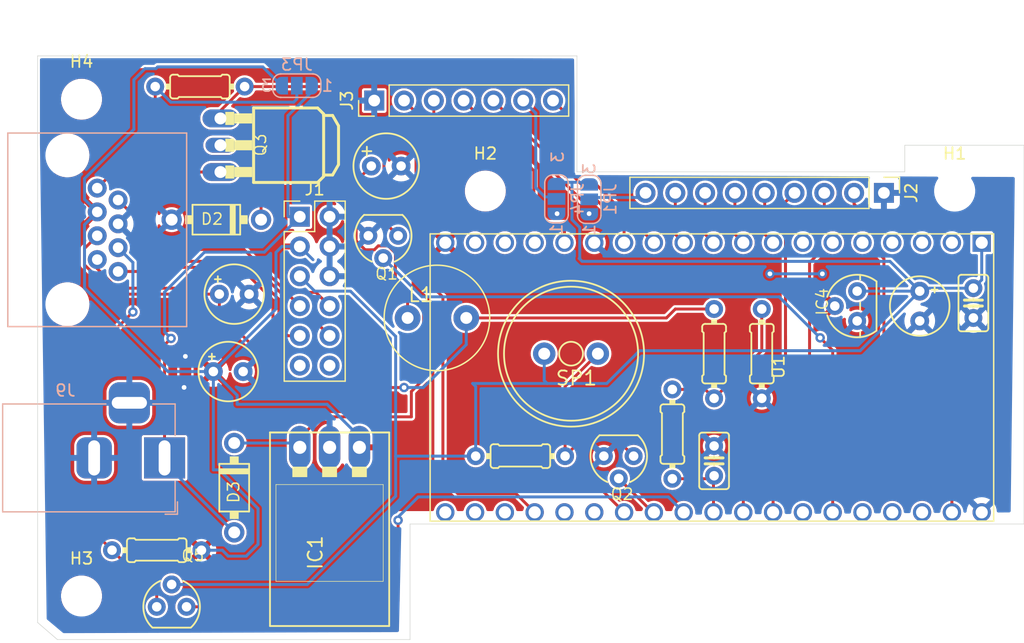
<source format=kicad_pcb>
(kicad_pcb (version 20211014) (generator pcbnew)
  (layers (0 "F.Cu" signal "Top") (31 "B.Cu" signal "Bottom") (35 "F.Paste" user) (36 "B.SilkS" user "B.Silkscreen") (37 "F.SilkS" user "F.Silkscreen") (38 "B.Mask" user) (39 "F.Mask" user) (44 "Edge.Cuts" user))
  (net 0 "")
  (net 1 "GND")
  (net 2 "+5V")
  (net 3 "+12V")
  (net 4 "+3V3")
  (net 5 "Net-(C4-Pad+)")
  (net 6 "Net-(Q2-PadD)")
  (net 7 "/SRVBST")
  (net 8 "/+12V_BLW")
  (net 9 "Net-(D2-PadC)")
  (net 10 "Net-(Q1-PadD)")
  (net 11 "Net-(R13-Pad2)")
  (net 12 "SCK")
  (net 13 "CS")
  (net 14 "DC")
  (net 15 "RES")
  (net 16 "D1")
  (net 17 "D0")
  (net 18 "Blower")
  (net 19 "Alarm")
  (net 20 "Servo")
  (net 21 "SDI")
  (net 22 "CS3")
  (net 23 "CS2")
  (net 24 "CS1")
  (net 25 "SC0")
  (net 26 "SDO")
  (net 45 "Net-(JP3-Pad2)")
  (net 46 "Blower FB")
  (net 47 "D")
  (net 48 "B")
  (net 49 "C")
  (net 50 "A")
  (net 51 "Net-(J2-Pad9)")
  (net 52 "Net-(J3-Pad6)")
  (footprint "Base:MODULE_ESP32-NodeMCU" (layer "F.Cu") (at 158.501 115.824 -90)
    (fp_text reference "U1" (at -0.894 -2.439 -90) (layer "F.SilkS") (effects (font (size 1.000386 1.000386))))
    (fp_text value "ESP32-DEVKITC-32D")
    (pad "1" thru_hole rect (at -11.5 -19.76 270) (size 1.56 1.56) (drill 1.04) (layers *.Cu *.Mask) (net 4 "+3V3"))
    (pad "2" thru_hole circle (at -11.5 -17.22 270) (size 1.56 1.56) (drill 1.04) (layers *.Cu *.Mask))
    (pad "3" thru_hole circle (at -11.5 -14.68 270) (size 1.56 1.56) (drill 1.04) (layers *.Cu *.Mask))
    (pad "4" thru_hole circle (at -11.5 -12.14 270) (size 1.56 1.56) (drill 1.04) (layers *.Cu *.Mask))
    (pad "5" thru_hole circle (at -11.5 -9.6 270) (size 1.56 1.56) (drill 1.04) (layers *.Cu *.Mask))
    (pad "6" thru_hole circle (at -11.5 -7.06 270) (size 1.56 1.56) (drill 1.04) (layers *.Cu *.Mask))
    (pad "7" thru_hole circle (at -11.5 -4.52 270) (size 1.56 1.56) (drill 1.04) (layers *.Cu *.Mask))
    (pad "8" thru_hole circle (at -11.5 -1.98 270) (size 1.56 1.56) (drill 1.04) (layers *.Cu *.Mask) (net 22 "CS3"))
    (pad "9" thru_hole circle (at -11.5 0.56 270) (size 1.56 1.56) (drill 1.04) (layers *.Cu *.Mask) (net 23 "CS2"))
    (pad "10" thru_hole circle (at -11.5 3.1 270) (size 1.56 1.56) (drill 1.04) (layers *.Cu *.Mask) (net 24 "CS1"))
    (pad "11" thru_hole circle (at -11.5 5.64 270) (size 1.56 1.56) (drill 1.04) (layers *.Cu *.Mask) (net 25 "SC0"))
    (pad "12" thru_hole circle (at -11.5 8.18 270) (size 1.56 1.56) (drill 1.04) (layers *.Cu *.Mask) (net 17 "D0"))
    (pad "13" thru_hole circle (at -11.5 10.72 270) (size 1.56 1.56) (drill 1.04) (layers *.Cu *.Mask) (net 14 "DC"))
    (pad "14" thru_hole circle (at -11.5 13.26 270) (size 1.56 1.56) (drill 1.04) (layers *.Cu *.Mask) (net 1 "GND"))
    (pad "15" thru_hole circle (at -11.5 15.8 270) (size 1.56 1.56) (drill 1.04) (layers *.Cu *.Mask) (net 16 "D1"))
    (pad "16" thru_hole circle (at -11.5 18.34 270) (size 1.56 1.56) (drill 1.04) (layers *.Cu *.Mask))
    (pad "17" thru_hole circle (at -11.5 20.88 270) (size 1.56 1.56) (drill 1.04) (layers *.Cu *.Mask))
    (pad "18" thru_hole circle (at -11.5 23.42 270) (size 1.56 1.56) (drill 1.04) (layers *.Cu *.Mask))
    (pad "19" thru_hole circle (at -11.5 25.96 270) (size 1.56 1.56) (drill 1.04) (layers *.Cu *.Mask) (net 2 "+5V"))
    (pad "20" thru_hole circle (at 11.5 -19.76 270) (size 1.56 1.56) (drill 1.04) (layers *.Cu *.Mask) (net 1 "GND"))
    (pad "21" thru_hole circle (at 11.5 -17.22 270) (size 1.56 1.56) (drill 1.04) (layers *.Cu *.Mask) (net 21 "SDI"))
    (pad "22" thru_hole circle (at 11.5 -14.68 270) (size 1.56 1.56) (drill 1.04) (layers *.Cu *.Mask))
    (pad "23" thru_hole circle (at 11.5 -12.14 270) (size 1.56 1.56) (drill 1.04) (layers *.Cu *.Mask))
    (pad "24" thru_hole circle (at 11.5 -9.6 270) (size 1.56 1.56) (drill 1.04) (layers *.Cu *.Mask))
    (pad "25" thru_hole circle (at 11.5 -7.06 270) (size 1.56 1.56) (drill 1.04) (layers *.Cu *.Mask) (net 18 "Blower"))
    (pad "26" thru_hole circle (at 11.5 -4.52 270) (size 1.56 1.56) (drill 1.04) (layers *.Cu *.Mask))
    (pad "27" thru_hole circle (at 11.5 -1.98 270) (size 1.56 1.56) (drill 1.04) (layers *.Cu *.Mask) (net 26 "SDO"))
    (pad "28" thru_hole circle (at 11.5 0.56 270) (size 1.56 1.56) (drill 1.04) (layers *.Cu *.Mask) (net 12 "SCK"))
    (pad "29" thru_hole circle (at 11.5 3.1 270) (size 1.56 1.56) (drill 1.04) (layers *.Cu *.Mask) (net 46 "Blower FB"))
    (pad "30" thru_hole circle (at 11.5 5.64 270) (size 1.56 1.56) (drill 1.04) (layers *.Cu *.Mask) (net 20 "Servo"))
    (pad "31" thru_hole circle (at 11.5 8.18 270) (size 1.56 1.56) (drill 1.04) (layers *.Cu *.Mask) (net 19 "Alarm"))
    (pad "32" thru_hole circle (at 11.5 10.72 270) (size 1.56 1.56) (drill 1.04) (layers *.Cu *.Mask) (net 15 "RES"))
    (pad "33" thru_hole circle (at 11.5 13.26 270) (size 1.56 1.56) (drill 1.04) (layers *.Cu *.Mask))
    (pad "34" thru_hole circle (at 11.5 15.8 270) (size 1.56 1.56) (drill 1.04) (layers *.Cu *.Mask))
    (pad "35" thru_hole circle (at 11.5 18.34 270) (size 1.56 1.56) (drill 1.04) (layers *.Cu *.Mask) (net 13 "CS"))
    (pad "36" thru_hole circle (at 11.5 20.88 270) (size 1.56 1.56) (drill 1.04) (layers *.Cu *.Mask))
    (pad "37" thru_hole circle (at 11.5 23.42 270) (size 1.56 1.56) (drill 1.04) (layers *.Cu *.Mask))
    (pad "38" thru_hole circle (at 11.5 25.96 270) (size 1.56 1.56) (drill 1.04) (layers *.Cu *.Mask))
  )
  (footprint "Base:MountingHole_2.1mm" (layer "F.Cu") (at 135.956 99.919)
    (fp_text reference "H2" (at 0 -3.2) (layer "F.SilkS"))
    (fp_text value "MountingHole")
    (pad "" np_thru_hole circle (at 0 0) (size 3 3) (drill 3) (layers F&B.Cu *.Mask))
  )
  (footprint "Base:MountingHole_2.1mm" (layer "F.Cu") (at 175.956 99.919)
    (fp_text reference "H1" (at 0 -3.2) (layer "F.SilkS"))
    (fp_text value "MountingHole")
    (pad "" np_thru_hole circle (at 0 0) (size 3 3) (drill 3) (layers F&B.Cu *.Mask))
  )
  (footprint "HeaterMeterPI:SOT54E" (layer "F.Cu") (at 109.22 135.382)
    (fp_text reference "Q5" (at 0.762 -3.81) (layer "F.SilkS") (effects (font (size 0.9652 0.9652) (thickness 0.125476)) (justify left bottom)))
    (fp_text value "BS170")
    (pad "D" thru_hole circle locked (at -1.27 0) (size 1.524 1.524) (drill 0.8128) (layers *.Cu *.Mask) (net 7 "/SRVBST"))
    (pad "G" thru_hole circle locked (at 0 -1.905) (size 1.524 1.524) (drill 0.8128) (layers *.Cu *.Mask) (net 4 "+3V3"))
    (pad "S" thru_hole circle locked (at 1.27 0) (size 1.524 1.524) (drill 0.8128) (layers *.Cu *.Mask) (net 20 "Servo"))
  )
  (footprint "HeaterMeterPI:0204_7" (layer "F.Cu") (at 138.943001 122.5296 180)
    (fp_text reference "R3" hide)
    (fp_text value "1k")
    (pad "1" thru_hole circle locked (at -3.81 0 180) (size 1.524 1.524) (drill 0.8128) (layers *.Cu *.Mask) (net 6 "Net-(Q2-PadD)"))
    (pad "2" thru_hole circle locked (at 3.81 0 180) (size 1.524 1.524) (drill 0.8128) (layers *.Cu *.Mask) (net 4 "+3V3"))
  )
  (footprint "Connector_PinHeader_2.54mm:PinHeader_1x07_P2.54mm_Vertical" (layer "F.Cu") (at 126.487 92.202 90)
    (fp_text reference "J3" (at 0 -2.33 90) (layer "F.SilkS"))
    (fp_text value "Conn_02x04_Odd_Even")
    (pad "1" thru_hole rect (at 0 0 90) (size 1.7 1.7) (drill 1) (layers *.Cu *.Mask) (net 1 "GND"))
    (pad "2" thru_hole oval (at 0 2.54 90) (size 1.7 1.7) (drill 1) (layers *.Cu *.Mask) (net 13 "CS"))
    (pad "3" thru_hole oval (at 0 5.08 90) (size 1.7 1.7) (drill 1) (layers *.Cu *.Mask) (net 15 "RES"))
    (pad "4" thru_hole oval (at 0 7.62 90) (size 1.7 1.7) (drill 1) (layers *.Cu *.Mask) (net 16 "D1"))
    (pad "5" thru_hole oval (at 0 10.16 90) (size 1.7 1.7) (drill 1) (layers *.Cu *.Mask) (net 14 "DC"))
    (pad "6" thru_hole oval (at 0 12.7 90) (size 1.7 1.7) (drill 1) (layers *.Cu *.Mask) (net 52 "Net-(J3-Pad6)"))
    (pad "7" thru_hole oval (at 0 15.24 90) (size 1.7 1.7) (drill 1) (layers *.Cu *.Mask) (net 17 "D0"))
  )
  (footprint "HeaterMeterPI:E2,5-5" (layer "F.Cu") (at 114.046 115.316)
    (fp_text reference "C5" hide)
    (fp_text value "100u/10")
    (pad "+" thru_hole circle locked (at -1.27 0) (size 1.6002 1.6002) (drill 0.8128) (layers *.Cu *.Mask) (net 2 "+5V"))
    (pad "-" thru_hole circle locked (at 1.27 0) (size 1.6002 1.6002) (drill 0.8128) (layers *.Cu *.Mask) (net 1 "GND"))
  )
  (footprint "HeaterMeterPI:E2,5-6" (layer "F.Cu") (at 127.508 97.79)
    (fp_text reference "C4" hide)
    (fp_text value "100u/25")
    (pad "+" thru_hole circle locked (at -1.27 0) (size 1.6002 1.6002) (drill 0.8128) (layers *.Cu *.Mask) (net 5 "Net-(C4-Pad+)"))
    (pad "-" thru_hole circle locked (at 1.27 0) (size 1.6002 1.6002) (drill 0.8128) (layers *.Cu *.Mask) (net 1 "GND"))
  )
  (footprint "HeaterMeterPI:E2,5-5" (layer "F.Cu") (at 172.979 109.728 -90)
    (fp_text reference "C6" hide)
    (fp_text value "100u/10")
    (pad "+" thru_hole circle locked (at -1.27 0 270) (size 1.6002 1.6002) (drill 0.8128) (layers *.Cu *.Mask) (net 4 "+3V3"))
    (pad "-" thru_hole circle locked (at 1.27 0 270) (size 1.6002 1.6002) (drill 0.8128) (layers *.Cu *.Mask) (net 1 "GND"))
  )
  (footprint "HeaterMeterPI:TO251" (layer "F.Cu") (at 116.078 96.012 -90)
    (fp_text reference "Q3" (at 1.016 -1.27 -270) (layer "F.SilkS") (effects (font (size 0.9652 0.9652) (thickness 0.125476)) (justify left bottom)))
    (fp_text value "FQU11P06TU" hide)
    (pad "1" thru_hole oval locked (at -2.286 2.699) (size 3.048 1.524) (drill 1.016) (layers *.Cu *.Mask) (net 10 "Net-(Q1-PadD)"))
    (pad "2@1" thru_hole oval locked (at 0 2.699) (size 2.54 1.27) (drill 1.016) (layers *.Cu *.Mask) (net 9 "Net-(D2-PadC)"))
    (pad "2@2" smd rect locked (at 0 -3.81 270) (size 6.35 7.62) (layers "F.Cu" "F.Paste" "F.Mask") (net 9 "Net-(D2-PadC)"))
    (pad "3" thru_hole oval locked (at 2.286 2.699) (size 3.048 1.524) (drill 1.016) (layers *.Cu *.Mask) (net 45 "Net-(JP3-Pad2)"))
  )
  (footprint "HeaterMeterPI:TO92" (layer "F.Cu") (at 167.645 109.728 90)
    (fp_text reference "IC4" (at -0.889 -2.413 -90) (layer "F.SilkS") (effects (font (size 0.9652 0.9652) (thickness 0.125476)) (justify left bottom)))
    (fp_text value "MCP1700")
    (pad "1" thru_hole circle locked (at -1.27 0 90) (size 1.524 1.524) (drill 0.8128) (layers *.Cu *.Mask) (net 1 "GND"))
    (pad "2" thru_hole circle locked (at 0 -1.905 90) (size 1.524 1.524) (drill 0.8128) (layers *.Cu *.Mask) (net 2 "+5V"))
    (pad "3" thru_hole circle locked (at 1.27 0 90) (size 1.524 1.524) (drill 0.8128) (layers *.Cu *.Mask) (net 4 "+3V3"))
  )
  (footprint "Connector_PinHeader_2.54mm:PinHeader_1x09_P2.54mm_Vertical" (layer "F.Cu") (at 169.926 100.076 -90)
    (fp_text reference "J2" (at 0 -2.33 -90) (layer "F.SilkS"))
    (fp_text value "Conn_02x05_Odd_Even")
    (pad "1" thru_hole rect (at 0 0 270) (size 1.7 1.7) (drill 1) (layers *.Cu *.Mask) (net 1 "GND"))
    (pad "2" thru_hole oval (at 0 2.54 270) (size 1.7 1.7) (drill 1) (layers *.Cu *.Mask) (net 21 "SDI"))
    (pad "3" thru_hole oval (at 0 5.08 270) (size 1.7 1.7) (drill 1) (layers *.Cu *.Mask) (net 26 "SDO"))
    (pad "4" thru_hole oval (at 0 7.62 270) (size 1.7 1.7) (drill 1) (layers *.Cu *.Mask) (net 12 "SCK"))
    (pad "5" thru_hole oval (at 0 10.16 270) (size 1.7 1.7) (drill 1) (layers *.Cu *.Mask) (net 22 "CS3"))
    (pad "6" thru_hole oval (at 0 12.7 270) (size 1.7 1.7) (drill 1) (layers *.Cu *.Mask) (net 23 "CS2"))
    (pad "7" thru_hole oval (at 0 15.24 270) (size 1.7 1.7) (drill 1) (layers *.Cu *.Mask) (net 24 "CS1"))
    (pad "8" thru_hole oval (at 0 17.78 270) (size 1.7 1.7) (drill 1) (layers *.Cu *.Mask) (net 25 "SC0"))
    (pad "9" thru_hole oval (at 0 20.32 270) (size 1.7 1.7) (drill 1) (layers *.Cu *.Mask) (net 51 "Net-(J2-Pad9)"))
  )
  (footprint "HeaterMeterPI:C025-025X050" (layer "F.Cu") (at 155.453 122.936 90)
    (fp_text reference "C7" hide)
    (fp_text value "0.1u")
    (pad "1" thru_hole circle locked (at -1.27 0 90) (size 1.524 1.524) (drill 0.8128) (layers *.Cu *.Mask) (net 46 "Blower FB"))
    (pad "2" thru_hole circle locked (at 1.27 0 90) (size 1.524 1.524) (drill 0.8128) (layers *.Cu *.Mask) (net 1 "GND"))
  )
  (footprint "HeaterMeterPI:0204_7" (layer "F.Cu") (at 151.897 120.65 -90)
    (fp_text reference "R19" hide)
    (fp_text value "100k")
    (pad "1" thru_hole circle locked (at -3.81 0 270) (size 1.524 1.524) (drill 0.8128) (layers *.Cu *.Mask) (net 11 "Net-(R13-Pad2)"))
    (pad "2" thru_hole circle locked (at 3.81 0 270) (size 1.524 1.524) (drill 0.8128) (layers *.Cu *.Mask) (net 46 "Blower FB"))
  )
  (footprint "HeaterMeterPI:0204_7" (layer "F.Cu") (at 107.95 130.556)
    (fp_text reference "R21" hide)
    (fp_text value "1k")
    (pad "1" thru_hole circle locked (at -3.81 0) (size 1.524 1.524) (drill 0.8128) (layers *.Cu *.Mask) (net 7 "/SRVBST"))
    (pad "2" thru_hole circle locked (at 3.81 0) (size 1.524 1.524) (drill 0.8128) (layers *.Cu *.Mask) (net 2 "+5V"))
  )
  (footprint "HeaterMeterPI:TO220HMURATA" (layer "F.Cu") (at 122.682 126.8603 180)
    (fp_text reference "IC1" (at 0.508 -5.461 90) (layer "F.SilkS") (effects (font (size 1.2065 1.2065) (thickness 0.156845)) (justify left bottom)))
    (fp_text value "OKI-78SR-5")
    (pad "1" thru_hole oval locked (at 2.54 5.08 270) (size 3.6576 1.8288) (drill 1.1176) (layers *.Cu *.Mask) (net 5 "Net-(C4-Pad+)"))
    (pad "2" thru_hole oval locked (at 0 5.08 270) (size 3.6576 1.8288) (drill 1.1176) (layers *.Cu *.Mask) (net 1 "GND"))
    (pad "3" thru_hole oval locked (at -2.54 5.08 270) (size 3.6576 1.8288) (drill 1.1176) (layers *.Cu *.Mask) (net 2 "+5V"))
  )
  (footprint "HeaterMeterPI:DO41-7" (layer "F.Cu") (at 114.554 125.222 -90)
    (fp_text reference "D3" (at 1.397 -0.508 -270) (layer "F.SilkS") (effects (font (size 0.9652 0.9652) (thickness 0.125476)) (justify left bottom)))
    (fp_text value "1N5819")
    (pad "A" thru_hole circle locked (at 3.81 0 270) (size 1.7272 1.7272) (drill 1.016) (layers *.Cu *.Mask) (net 3 "+12V"))
    (pad "C" thru_hole circle locked (at -3.81 0 270) (size 1.7272 1.7272) (drill 1.016) (layers *.Cu *.Mask) (net 5 "Net-(C4-Pad+)"))
  )
  (footprint "HeaterMeterPI:DO41-7" (layer "F.Cu") (at 113.03 102.362 180)
    (fp_text reference "D2" (at 1.397 -0.508) (layer "F.SilkS") (effects (font (size 0.9652 0.9652) (thickness 0.125476)) (justify left bottom)))
    (fp_text value "1N5819")
    (pad "A" thru_hole circle locked (at 3.81 0 180) (size 1.7272 1.7272) (drill 1.016) (layers *.Cu *.Mask) (net 1 "GND"))
    (pad "C" thru_hole circle locked (at -3.81 0 180) (size 1.7272 1.7272) (drill 1.016) (layers *.Cu *.Mask) (net 9 "Net-(D2-PadC)"))
  )
  (footprint "HeaterMeterPI:0204_7" (layer "F.Cu") (at 111.63 91.01)
    (fp_text reference "R14" hide)
    (fp_text value "2k2")
    (pad "1" thru_hole circle locked (at -3.81 0) (size 1.524 1.524) (drill 0.8128) (layers *.Cu *.Mask) (net 45 "Net-(JP3-Pad2)"))
    (pad "2" thru_hole circle locked (at 3.81 0) (size 1.524 1.524) (drill 0.8128) (layers *.Cu *.Mask) (net 10 "Net-(Q1-PadD)"))
  )
  (footprint "HeaterMeterPI:0204_7" (layer "F.Cu") (at 159.517 113.792 -90)
    (fp_text reference "R4" hide)
    (fp_text value "22k")
    (pad "1" thru_hole circle locked (at -3.81 0 270) (size 1.524 1.524) (drill 0.8128) (layers *.Cu *.Mask) (net 11 "Net-(R13-Pad2)"))
    (pad "2" thru_hole circle locked (at 3.81 0 270) (size 1.524 1.524) (drill 0.8128) (layers *.Cu *.Mask) (net 1 "GND"))
  )
  (footprint "HeaterMeterPI:0204_7" (layer "F.Cu") (at 155.453 113.792 -90)
    (fp_text reference "R13" hide)
    (fp_text value "68k")
    (pad "1" thru_hole circle locked (at -3.81 0 270) (size 1.524 1.524) (drill 0.8128) (layers *.Cu *.Mask) (net 8 "/+12V_BLW"))
    (pad "2" thru_hole circle locked (at 3.81 0 270) (size 1.524 1.524) (drill 0.8128) (layers *.Cu *.Mask) (net 11 "Net-(R13-Pad2)"))
  )
  (footprint "HeaterMeterPI:E2,5-5" (layer "F.Cu") (at 114.554 108.712)
    (fp_text reference "C12" hide)
    (fp_text value "47u/25")
    (pad "+" thru_hole circle locked (at -1.27 0) (size 1.6002 1.6002) (drill 0.8128) (layers *.Cu *.Mask) (net 8 "/+12V_BLW"))
    (pad "-" thru_hole circle locked (at 1.27 0) (size 1.6002 1.6002) (drill 0.8128) (layers *.Cu *.Mask) (net 1 "GND"))
  )
  (footprint "HeaterMeterPI:C025-025X050" (layer "F.Cu") (at 177.551 109.474 -90)
    (fp_text reference "C3" hide)
    (fp_text value "0.1u")
    (pad "1" thru_hole circle locked (at -1.27 0 270) (size 1.524 1.524) (drill 0.8128) (layers *.Cu *.Mask) (net 4 "+3V3"))
    (pad "2" thru_hole circle locked (at 1.27 0 270) (size 1.524 1.524) (drill 0.8128) (layers *.Cu *.Mask) (net 1 "GND"))
  )
  (footprint "HeaterMeterPI:E5-9" (layer "F.Cu") (at 131.831 110.744)
    (fp_text reference "L1" (at -2.54 -1.27 -180) (layer "F.SilkS") (effects (font (size 1.2065 1.2065) (thickness 0.156845)) (justify left bottom)))
    (fp_text value "220u")
    (pad "NEG" thru_hole circle locked (at 2.5 0) (size 2.1844 2.1844) (drill 1.016) (layers *.Cu *.Mask) (net 8 "/+12V_BLW"))
    (pad "POS" thru_hole circle locked (at -2.5 0) (size 2.1844 2.1844) (drill 1.016) (layers *.Cu *.Mask) (net 9 "Net-(D2-PadC)"))
  )
  (footprint "HeaterMeterPI:AL11P" (layer "F.Cu") (at 143.261 113.792 180)
    (fp_text reference "SP1" (at 1.397 -2.794 180) (layer "F.SilkS") (effects (font (size 1.2065 1.2065) (thickness 0.156845)) (justify left bottom)))
    (fp_text value "ALARM")
    (pad "+" thru_hole circle locked (at 2.286 0 180) (size 1.905 1.905) (drill 1.016) (layers *.Cu *.Mask) (net 4 "+3V3"))
    (pad "-" thru_hole circle locked (at -2.286 0 180) (size 1.905 1.905) (drill 1.016) (layers *.Cu *.Mask) (net 6 "Net-(Q2-PadD)"))
  )
  (footprint "Base:MountingHole_2.1mm" (layer "F.Cu") (at 101.54 134.46)
    (fp_text reference "H3" (at 0 -3.2) (layer "F.SilkS"))
    (fp_text value "MountingHole")
    (pad "" np_thru_hole circle (at 0 0) (size 3 3) (drill 3) (layers F&B.Cu *.Mask))
  )
  (footprint "HeaterMeterPI:SOT54E" (layer "F.Cu") (at 127.254001 103.7336 180)
    (fp_text reference "Q1" (at 0.762 -3.81 180) (layer "F.SilkS") (effects (font (size 0.9652 0.9652) (thickness 0.125476)) (justify left bottom)))
    (fp_text value "BS170")
    (pad "D" thru_hole circle locked (at -1.27 0 180) (size 1.524 1.524) (drill 0.8128) (layers *.Cu *.Mask) (net 10 "Net-(Q1-PadD)"))
    (pad "G" thru_hole circle locked (at 0 -1.905 180) (size 1.524 1.524) (drill 0.8128) (layers *.Cu *.Mask) (net 18 "Blower"))
    (pad "S" thru_hole circle locked (at 1.27 0 180) (size 1.524 1.524) (drill 0.8128) (layers *.Cu *.Mask) (net 1 "GND"))
  )
  (footprint "HeaterMeterPI:SOT54E" (layer "F.Cu") (at 147.325001 122.5296 180)
    (fp_text reference "Q2" (at 0.762 -3.81 180) (layer "F.SilkS") (effects (font (size 0.9652 0.9652) (thickness 0.125476)) (justify left bottom)))
    (fp_text value "BS170")
    (pad "D" thru_hole circle locked (at -1.27 0 180) (size 1.524 1.524) (drill 0.8128) (layers *.Cu *.Mask) (net 6 "Net-(Q2-PadD)"))
    (pad "G" thru_hole circle locked (at 0 -1.905 180) (size 1.524 1.524) (drill 0.8128) (layers *.Cu *.Mask) (net 19 "Alarm"))
    (pad "S" thru_hole circle locked (at 1.27 0 180) (size 1.524 1.524) (drill 0.8128) (layers *.Cu *.Mask) (net 1 "GND"))
  )
  (footprint "Base:MountingHole_2.1mm" (layer "F.Cu") (at 101.54 92.09)
    (fp_text reference "H4" (at 0 -3.2) (layer "F.SilkS"))
    (fp_text value "MountingHole")
    (pad "" np_thru_hole circle (at 0 0) (size 3 3) (drill 3) (layers F&B.Cu *.Mask))
  )
  (footprint "Connector_PinHeader_2.54mm:PinHeader_2x06_P2.54mm_Vertical" (layer "F.Cu") (at 120.142 102.108)
    (fp_text reference "J1" (at 1.27 -2.33) (layer "F.SilkS"))
    (fp_text value "Conn_02x05_Odd_Even")
    (pad "1" thru_hole rect (at 0 0) (size 1.7 1.7) (drill 1) (layers *.Cu *.Mask) (net 3 "+12V"))
    (pad "2" thru_hole oval (at 2.54 0) (size 1.7 1.7) (drill 1) (layers *.Cu *.Mask) (net 1 "GND"))
    (pad "3" thru_hole oval (at 0 2.54) (size 1.7 1.7) (drill 1) (layers *.Cu *.Mask) (net 2 "+5V"))
    (pad "4" thru_hole oval (at 2.54 2.54) (size 1.7 1.7) (drill 1) (layers *.Cu *.Mask) (net 1 "GND"))
    (pad "5" thru_hole oval (at 0 5.08) (size 1.7 1.7) (drill 1) (layers *.Cu *.Mask) (net 4 "+3V3"))
    (pad "6" thru_hole oval (at 2.54 5.08) (size 1.7 1.7) (drill 1) (layers *.Cu *.Mask) (net 1 "GND"))
    (pad "7" thru_hole oval (at 0 7.62) (size 1.7 1.7) (drill 1) (layers *.Cu *.Mask) (net 48 "B"))
    (pad "8" thru_hole oval (at 2.54 7.62) (size 1.7 1.7) (drill 1) (layers *.Cu *.Mask) (net 50 "A"))
    (pad "9" thru_hole oval (at 0 10.16) (size 1.7 1.7) (drill 1) (layers *.Cu *.Mask) (net 49 "C"))
    (pad "10" thru_hole oval (at 2.54 10.16) (size 1.7 1.7) (drill 1) (layers *.Cu *.Mask) (net 47 "D"))
    (pad "11" thru_hole oval (at 0 12.7) (size 1.7 1.7) (drill 1) (layers *.Cu *.Mask))
    (pad "12" thru_hole oval (at 2.54 12.7) (size 1.7 1.7) (drill 1) (layers *.Cu *.Mask))
  )
  (footprint "Connector_BarrelJack:BarrelJack_Horizontal" (layer "B.Cu") (at 108.616 122.682)
    (fp_text reference "J9" (at -8.45 -5.75 180) (layer "B.SilkS") (effects (justify mirror)))
    (fp_text value "Barrel_Jack_Switch")
    (pad "1" thru_hole rect (at 0 0) (size 3.5 3.5) (drill oval 1 3) (layers *.Cu *.Mask) (net 3 "+12V"))
    (pad "2" thru_hole roundrect (at -6 0) (size 3 3.5) (drill oval 1 3) (layers *.Cu *.Mask) (net 1 "GND"))
    (pad "3" thru_hole roundrect (at -3 -4.7) (size 3.5 3.5) (drill oval 3 1) (layers *.Cu *.Mask) (net 1 "GND"))
  )
  (footprint "Jumper:SolderJumper-3_P1.3mm_Open_RoundedPad1.0x1.5mm_NumberLabels" (layer "B.Cu") (at 144.81 100.63 90)
    (fp_text reference "JP1" (at 0 1.8 90) (layer "B.SilkS") (effects (justify mirror)))
    (fp_text value "SolderJumper_3_Open")
    (fp_text user "1" (at -2.6 0 90) (layer "B.SilkS") (effects (justify mirror)))
    (fp_text user "3" (at 2.6 0 90) (layer "B.SilkS") (effects (justify mirror)))
    (pad "1" smd custom (at -1.3 0 90) (size 1 0.5) (layers "B.Cu" "B.Mask") (net 2 "+5V") (options (clearance outline) (anchor rect)) (primitives (gr_circle (center 0 -0.25) (end 0.5 -0.25) (width 0) (fill yes)) (gr_circle (center 0 0.25) (end 0.5 0.25) (width 0) (fill yes)) (gr_poly (pts (xy 0.55 0.75) (xy 0 0.75) (xy 0 -0.75) (xy 0.55 -0.75)) (width 0) (fill yes))))
    (pad "2" smd rect (at 0 0 90) (size 1 1.5) (layers "B.Cu" "B.Mask") (net 51 "Net-(J2-Pad9)"))
    (pad "3" smd custom (at 1.3 0 90) (size 1 0.5) (layers "B.Cu" "B.Mask") (net 4 "+3V3") (options (clearance outline) (anchor rect)) (primitives (gr_circle (center 0 -0.25) (end 0.5 -0.25) (width 0) (fill yes)) (gr_circle (center 0 0.25) (end 0.5 0.25) (width 0) (fill yes)) (gr_poly (pts (xy 0 0.75) (xy -0.55 0.75) (xy -0.55 -0.75) (xy 0 -0.75)) (width 0) (fill yes))))
  )
  (footprint "HeaterMeterPI:RJ45-8-1H" (layer "B.Cu") (at 100.338 109.576 90)
    (fp_text reference "JP2" hide)
    (fp_text value "RJ45-8" hide)
    (pad "" np_thru_hole circle locked (at 12.7 0 90) (size 3.2512 3.2512) (drill 3.2512) (layers *.Cu *.Mask))
    (pad "" np_thru_hole circle locked (at 0 0 90) (size 3.2512 3.2512) (drill 3.2512) (layers *.Cu *.Mask))
    (pad "1" thru_hole circle locked (at 9.906 2.54 90) (size 1.6112 1.6112) (drill 0.9) (layers *.Cu *.Mask) (net 50 "A"))
    (pad "2" thru_hole circle locked (at 8.89 4.318 90) (size 1.6112 1.6112) (drill 0.9) (layers *.Cu *.Mask) (net 48 "B"))
    (pad "3" thru_hole circle locked (at 7.874 2.54 90) (size 1.6112 1.6112) (drill 0.9) (layers *.Cu *.Mask) (net 2 "+5V"))
    (pad "4" thru_hole circle locked (at 6.858 4.318 90) (size 1.6112 1.6112) (drill 0.9) (layers *.Cu *.Mask) (net 1 "GND"))
    (pad "5" thru_hole circle locked (at 5.842 2.54 90) (size 1.6112 1.6112) (drill 0.9) (layers *.Cu *.Mask) (net 8 "/+12V_BLW"))
    (pad "6" thru_hole circle locked (at 4.826 4.318 90) (size 1.6112 1.6112) (drill 0.9) (layers *.Cu *.Mask) (net 7 "/SRVBST"))
    (pad "7" thru_hole circle locked (at 3.81 2.54 90) (size 1.6112 1.6112) (drill 0.9) (layers *.Cu *.Mask) (net 49 "C"))
    (pad "8" thru_hole circle locked (at 2.794 4.318 90) (size 1.6112 1.6112) (drill 0.9) (layers *.Cu *.Mask) (net 47 "D"))
  )
  (footprint "Jumper:SolderJumper-3_P1.3mm_Open_RoundedPad1.0x1.5mm_NumberLabels" (layer "B.Cu") (at 119.888 90.932 180)
    (fp_text reference "JP3" (at 0 1.8) (layer "B.SilkS") (effects (justify mirror)))
    (fp_text value "SolderJumper_3_Open")
    (fp_text user "1" (at -2.6 0) (layer "B.SilkS") (effects (justify mirror)))
    (fp_text user "3" (at 2.6 0) (layer "B.SilkS") (effects (justify mirror)))
    (pad "1" smd custom (at -1.3 0 180) (size 1 0.5) (layers "B.Cu" "B.Mask") (net 3 "+12V") (options (clearance outline) (anchor rect)) (primitives (gr_circle (center 0 -0.25) (end 0.5 -0.25) (width 0) (fill yes)) (gr_circle (center 0 0.25) (end 0.5 0.25) (width 0) (fill yes)) (gr_poly (pts (xy 0.55 0.75) (xy 0 0.75) (xy 0 -0.75) (xy 0.55 -0.75)) (width 0) (fill yes))))
    (pad "2" smd rect (at 0 0 180) (size 1 1.5) (layers "B.Cu" "B.Mask") (net 45 "Net-(JP3-Pad2)"))
    (pad "3" smd custom (at 1.3 0 180) (size 1 0.5) (layers "B.Cu" "B.Mask") (net 2 "+5V") (options (clearance outline) (anchor rect)) (primitives (gr_circle (center 0 -0.25) (end 0.5 -0.25) (width 0) (fill yes)) (gr_circle (center 0 0.25) (end 0.5 0.25) (width 0) (fill yes)) (gr_poly (pts (xy 0 0.75) (xy -0.55 0.75) (xy -0.55 -0.75) (xy 0 -0.75)) (width 0) (fill yes))))
  )
  (footprint "Jumper:SolderJumper-3_P1.3mm_Open_RoundedPad1.0x1.5mm_NumberLabels" (layer "B.Cu") (at 142.02 100.59 90)
    (fp_text reference "JP4" (at 0 1.8 90) (layer "B.SilkS") (effects (justify mirror)))
    (fp_text value "SolderJumper_3_Open")
    (fp_text user "1" (at -2.6 0 90) (layer "B.SilkS") (effects (justify mirror)))
    (fp_text user "3" (at 3.56 0.1 90) (layer "B.SilkS") (effects (justify mirror)))
    (pad "1" smd custom (at -1.3 0 90) (size 1 0.5) (layers "B.Cu" "B.Mask") (net 2 "+5V") (options (clearance outline) (anchor rect)) (primitives (gr_circle (center 0 -0.25) (end 0.5 -0.25) (width 0) (fill yes)) (gr_circle (center 0 0.25) (end 0.5 0.25) (width 0) (fill yes)) (gr_poly (pts (xy 0.55 0.75) (xy 0 0.75) (xy 0 -0.75) (xy 0.55 -0.75)) (width 0) (fill yes))))
    (pad "2" smd rect (at 0 0 90) (size 1 1.5) (layers "B.Cu" "B.Mask") (net 52 "Net-(J3-Pad6)"))
    (pad "3" smd custom (at 1.3 0 90) (size 1 0.5) (layers "B.Cu" "B.Mask") (net 4 "+3V3") (options (clearance outline) (anchor rect)) (primitives (gr_circle (center 0 -0.25) (end 0.5 -0.25) (width 0) (fill yes)) (gr_circle (center 0 0.25) (end 0.5 0.25) (width 0) (fill yes)) (gr_poly (pts (xy 0 0.75) (xy -0.55 0.75) (xy -0.55 -0.75) (xy 0 -0.75)) (width 0) (fill yes))))
  )
  (gr_line (start 97.7956 88.392) (end 97.7956 136.72) (layer "Edge.Cuts") (width 0.05))
  (gr_line (start 181.864 96.012) (end 171.71 96.012) (layer "Edge.Cuts") (width 0.05))
  (gr_line (start 171.704 98.28) (end 143.77 98.28) (layer "Edge.Cuts") (width 0.05))
  (gr_line (start 129.54 128.32) (end 129.54 138.176) (layer "Edge.Cuts") (width 0.05))
  (gr_line (start 143.764 98.28) (end 143.764 88.392) (layer "Edge.Cuts") (width 0.05))
  (gr_line (start 129.54 128.32) (end 181.864 128.32) (layer "Edge.Cuts") (width 0.05))
  (gr_line (start 99.48 138.176) (end 97.7956 136.72) (layer "Edge.Cuts") (width 0.05))
  (gr_line (start 99.48 138.176) (end 129.54 138.176) (layer "Edge.Cuts") (width 0.05))
  (gr_line (start 171.704 98.28) (end 171.704 96.012) (layer "Edge.Cuts") (width 0.05))
  (gr_line (start 143.764 88.392) (end 97.7956 88.392) (layer "Edge.Cuts") (width 0.05))
  (gr_line (start 181.864 96.012) (end 181.864 128.32) (layer "Edge.Cuts") (width 0.05))
  (segment (start 110.39 116.56) (end 110.28 116.67) (width 0.25) (layer "F.Cu") (net 1))
  (segment (start 110.39 114.02) (end 110.39 116.56) (width 1) (layer "F.Cu") (net 1))
  (via (at 110.28 116.67) (size 0.8) (drill 0.4) (layers "F.Cu" "B.Cu") (net 1))
  (via (at 110.39 114.02) (size 0.8) (drill 0.4) (layers "F.Cu" "B.Cu") (net 1))
  (via (at 164.68 106.98) (size 0.8) (drill 0.4) (layers "F.Cu" "B.Cu") (net 2))
  (via (at 142.07 101.85) (size 0.8) (drill 0.4) (layers "F.Cu" "B.Cu") (net 2))
  (via (at 144.8 101.85) (size 0.8) (drill 0.4) (layers "F.Cu" "B.Cu") (net 2))
  (via (at 160.21 106.98) (size 0.8) (drill 0.4) (layers "F.Cu" "B.Cu") (net 2))
  (segment (start 106 94.66) (end 101.795489 98.864511) (width 0.25) (layer "B.Cu") (net 2))
  (segment (start 106.95 89.48) (end 106 90.43) (width 0.25) (layer "B.Cu") (net 2))
  (segment (start 107.880757 89.48) (end 106.95 89.48) (width 0.25) (layer "B.Cu") (net 2))
  (segment (start 112.776 123.698) (end 112.776 115.316) (width 0.25) (layer "B.Cu") (net 2))
  (segment (start 116.986 89.33) (end 108.030757 89.33) (width 0.25) (layer "B.Cu") (net 2))
  (segment (start 113.284 123.698) (end 112.776 123.698) (width 0.25) (layer "B.Cu") (net 2))
  (segment (start 111.76 130.556) (end 113.538 130.556) (width 0.25) (layer "B.Cu") (net 2))
  (segment (start 112.776 115.316) (end 118.11 109.982) (width 0.25) (layer "B.Cu") (net 2))
  (segment (start 118.11 105.156) (end 118.618 104.648) (width 0.25) (layer "B.Cu") (net 2))
  (segment (start 118.588 90.932) (end 116.986 89.33) (width 0.25) (layer "B.Cu") (net 2))
  (segment (start 101.795489 100.619489) (end 102.878 101.702) (width 0.25) (layer "B.Cu") (net 2))
  (segment (start 113.538 130.556) (end 114.046 131.064) (width 0.25) (layer "B.Cu") (net 2))
  (segment (start 120.142 104.648) (end 121.268911 105.774911) (width 0.25) (layer "B.Cu") (net 2))
  (segment (start 106 90.43) (end 106 94.66) (width 0.25) (layer "B.Cu") (net 2))
  (segment (start 116.586 127) (end 113.284 123.698) (width 0.25) (layer "B.Cu") (net 2))
  (segment (start 115.57 131.064) (end 116.586 130.048) (width 0.25) (layer "B.Cu") (net 2))
  (segment (start 125.222 120.8659) (end 122.4661 118.11) (width 0.25) (layer "B.Cu") (net 2))
  (segment (start 108.030757 89.33) (end 107.880757 89.48) (width 0.25) (layer "B.Cu") (net 2))
  (segment (start 118.11 109.982) (end 118.11 105.156) (width 0.25) (layer "B.Cu") (net 2))
  (segment (start 114.808 118.11) (end 114.808 117.348) (width 0.25) (layer "B.Cu") (net 2))
  (segment (start 118.618 104.648) (end 120.142 104.648) (width 0.25) (layer "B.Cu") (net 2))
  (segment (start 112.776 115.316) (end 108.906599 115.316) (width 0.25) (layer "B.Cu") (net 2))
  (segment (start 114.808 117.348) (end 112.776 115.316) (width 0.25) (layer "B.Cu") (net 2))
  (segment (start 114.046 131.064) (end 115.57 131.064) (width 0.25) (layer "B.Cu") (net 2))
  (segment (start 160.21 106.98) (end 164.68 106.98) (width 0.25) (layer "B.Cu") (net 2))
  (segment (start 101.795489 98.864511) (end 101.795489 100.619489) (width 0.25) (layer "B.Cu") (net 2))
  (segment (start 108.906599 115.316) (end 101.795489 108.20489) (width 0.25) (layer "B.Cu") (net 2))
  (segment (start 122.4661 118.11) (end 114.808 118.11) (width 0.25) (layer "B.Cu") (net 2))
  (segment (start 116.586 130.048) (end 116.586 127) (width 0.25) (layer "B.Cu") (net 2))
  (segment (start 101.795489 102.784511) (end 102.878 101.702) (width 0.25) (layer "B.Cu") (net 2))
  (segment (start 101.795489 108.20489) (end 101.795489 102.784511) (width 0.25) (layer "B.Cu") (net 2))
  (segment (start 125.222 121.7803) (end 125.222 120.8659) (width 0.25) (layer "B.Cu") (net 2))
  (segment (start 109.17 112.49) (end 108.616 113.044) (width 0.25) (layer "F.Cu") (net 3))
  (segment (start 108.616 113.044) (end 108.616 122.682) (width 0.25) (layer "F.Cu") (net 3))
  (via (at 109.17 112.49) (size 0.8) (drill 0.4) (layers "F.Cu" "B.Cu") (net 3))
  (segment (start 117.12 105.13) (end 115.15 105.13) (width 0.25) (layer "B.Cu") (net 3))
  (segment (start 119.13 102.04) (end 119.198 102.108) (width 0.25) (layer "B.Cu") (net 3))
  (segment (start 108.62 109.25) (end 108.62 111.94) (width 0.25) (layer "B.Cu") (net 3))
  (segment (start 112.02 105.13) (end 111.75 105.4) (width 0.25) (layer "B.Cu") (net 3))
  (segment (start 121.188 91.435822) (end 119.13 93.493822) (width 0.25) (layer "B.Cu") (net 3))
  (segment (start 111.75 105.4) (end 108.62 108.53) (width 0.25) (layer "B.Cu") (net 3))
  (segment (start 121.188 90.932) (end 121.188 91.435822) (width 0.25) (layer "B.Cu") (net 3))
  (segment (start 108.616 123.094) (end 114.554 129.032) (width 0.25) (layer "B.Cu") (net 3))
  (segment (start 108.62 111.94) (end 109.17 112.49) (width 0.25) (layer "B.Cu") (net 3))
  (segment (start 108.62 108.53) (end 108.62 109.25) (width 0.25) (layer "B.Cu") (net 3))
  (segment (start 108.616 122.682) (end 108.616 123.094) (width 0.25) (layer "B.Cu") (net 3))
  (segment (start 119.198 102.108) (end 120.142 102.108) (width 0.25) (layer "B.Cu") (net 3))
  (segment (start 120.142 102.108) (end 117.12 105.13) (width 0.25) (layer "B.Cu") (net 3))
  (segment (start 115.15 105.13) (end 112.02 105.13) (width 0.25) (layer "B.Cu") (net 3))
  (segment (start 119.13 93.493822) (end 119.13 102.04) (width 0.25) (layer "B.Cu") (net 3))
  (segment (start 120.777 133.477) (end 109.22 133.477) (width 0.25) (layer "B.Cu") (net 4))
  (segment (start 121.412 108.458) (end 124.46 108.458) (width 0.25) (layer "B.Cu") (net 4))
  (segment (start 135.133001 122.5296) (end 128.3244 122.5296) (width 0.25) (layer "B.Cu") (net 4))
  (segment (start 178.261 107.494) (end 177.551 108.204) (width 0.25) (layer "B.Cu") (net 4))
  (segment (start 143.34 102.36) (end 143.34 99.18) (width 0.25) (layer "B.Cu") (net 4))
  (segment (start 146.304 116.332) (end 141.224 116.332) (width 0.25) (layer "B.Cu") (net 4))
  (segment (start 144.208 105.918) (end 170.439 105.918) (width 0.25) (layer "B.Cu") (net 4))
  (segment (start 141.224 116.332) (end 134.874 116.332) (width 0.25) (layer "B.Cu") (net 4))
  (segment (start 128.312 122.542) (end 128.312 125.942) (width 0.25) (layer "B.Cu") (net 4))
  (segment (start 146.304 116.332) (end 149.098 113.538) (width 0.25) (layer "B.Cu") (net 4))
  (segment (start 167.899 113.538) (end 172.979 108.458) (width 0.25) (layer "B.Cu") (net 4))
  (segment (start 128.3244 122.5296) (end 128.312 122.542) (width 0.25) (layer "B.Cu") (net 4))
  (segment (start 172.979 108.458) (end 167.645 108.458) (width 0.25) (layer "B.Cu") (net 4))
  (segment (start 143.34 102.36) (end 144 103.02) (width 0.25) (layer "B.Cu") (net 4))
  (segment (start 173.233 108.204) (end 172.979 108.458) (width 0.25) (layer "B.Cu") (net 4))
  (segment (start 140.975 116.083) (end 140.975 113.792) (width 0.25) (layer "B.Cu") (net 4))
  (segment (start 144 105.63) (end 143.96 105.67) (width 0.25) (layer "B.Cu") (net 4))
  (segment (start 128.312 112.31) (end 128.312 122.542) (width 0.25) (layer "B.Cu") (net 4))
  (segment (start 144 103.02) (end 144 105.63) (width 0.25) (layer "B.Cu") (net 4))
  (segment (start 120.142 107.188) (end 121.412 108.458) (width 0.25) (layer "B.Cu") (net 4))
  (segment (start 177.551 108.204) (end 173.233 108.204) (width 0.25) (layer "B.Cu") (net 4))
  (segment (start 135.133001 122.5296) (end 135.133001 116.591001) (width 0.25) (layer "B.Cu") (net 4))
  (segment (start 135.133001 116.591001) (end 134.874 116.332) (width 0.25) (layer "B.Cu") (net 4))
  (segment (start 149.098 113.538) (end 167.899 113.538) (width 0.25) (layer "B.Cu") (net 4))
  (segment (start 172.979 108.458) (end 170.439 105.918) (width 0.25) (layer "B.Cu") (net 4))
  (segment (start 124.46 108.458) (end 128.312 112.31) (width 0.25) (layer "B.Cu") (net 4))
  (segment (start 143.96 105.67) (end 144.208 105.918) (width 0.25) (layer "B.Cu") (net 4))
  (segment (start 128.312 125.942) (end 120.777 133.477) (width 0.25) (layer "B.Cu") (net 4))
  (segment (start 143.33 99.17) (end 142.08 99.17) (width 0.25) (layer "B.Cu") (net 4))
  (segment (start 143.34 99.18) (end 143.33 99.17) (width 0.25) (layer "B.Cu") (net 4))
  (segment (start 178.261 104.324) (end 178.261 107.494) (width 0.25) (layer "B.Cu") (net 4))
  (segment (start 144.84 99.17) (end 143.33 99.17) (width 0.25) (layer "B.Cu") (net 4))
  (segment (start 141.224 116.332) (end 140.975 116.083) (width 0.25) (layer "B.Cu") (net 4))
  (segment (start 130.700111 114.089889) (end 130.49 114.3) (width 0.25) (layer "F.Cu") (net 5))
  (segment (start 129.65 117.017298) (end 129.65 119.18) (width 0.25) (layer "F.Cu") (net 5))
  (segment (start 128.292912 107.578354) (end 130.700111 109.985553) (width 0.25) (layer "F.Cu") (net 5))
  (segment (start 124.94509 99.08291) (end 124.94509 104.163932) (width 0.25) (layer "F.Cu") (net 5))
  (segment (start 126.238 97.79) (end 124.94509 99.08291) (width 0.25) (layer "F.Cu") (net 5))
  (segment (start 130.700111 112.630111) (end 130.700111 114.089889) (width 0.25) (layer "F.Cu") (net 5))
  (segment (start 120.142 120.968) (end 120.142 121.7803) (width 0.25) (layer "F.Cu") (net 5))
  (segment (start 126.491679 104.931679) (end 126.823669 104.599689) (width 0.25) (layer "F.Cu") (net 5))
  (segment (start 130.700111 109.985553) (end 130.700111 112.630111) (width 0.25) (layer "F.Cu") (net 5))
  (segment (start 121.93 119.18) (end 120.142 120.968) (width 0.25) (layer "F.Cu") (net 5))
  (segment (start 126.823669 104.599689) (end 127.684333 104.599689) (width 0.25) (layer "F.Cu") (net 5))
  (segment (start 129.65 119.18) (end 121.93 119.18) (width 0.25) (layer "F.Cu") (net 5))
  (segment (start 130.700111 115.967187) (end 129.65 117.017298) (width 0.25) (layer "F.Cu") (net 5))
  (segment (start 125.712837 104.931679) (end 126.491679 104.931679) (width 0.25) (layer "F.Cu") (net 5))
  (segment (start 127.684333 104.599689) (end 128.292912 105.208268) (width 0.25) (layer "F.Cu") (net 5))
  (segment (start 128.292912 105.208268) (end 128.292912 107.578354) (width 0.25) (layer "F.Cu") (net 5))
  (segment (start 130.700111 112.630111) (end 130.700111 115.967187) (width 0.25) (layer "F.Cu") (net 5))
  (segment (start 124.94509 104.163932) (end 125.712837 104.931679) (width 0.25) (layer "F.Cu") (net 5))
  (segment (start 119.7737 121.412) (end 120.142 121.7803) (width 0.25) (layer "B.Cu") (net 5))
  (segment (start 114.554 121.412) (end 119.7737 121.412) (width 0.25) (layer "B.Cu") (net 5))
  (segment (start 144.378601 120.904) (end 147.32 120.904) (width 0.25) (layer "F.Cu") (net 6))
  (segment (start 142.753001 122.5296) (end 144.378601 120.904) (width 0.25) (layer "F.Cu") (net 6))
  (segment (start 142.753001 122.5296) (end 142.753001 116.585999) (width 0.25) (layer "F.Cu") (net 6))
  (segment (start 142.753001 116.585999) (end 145.547 113.792) (width 0.25) (layer "F.Cu") (net 6))
  (segment (start 147.32 120.904) (end 147.32 121.254599) (width 0.25) (layer "F.Cu") (net 6))
  (segment (start 147.32 121.254599) (end 148.595001 122.5296) (width 0.25) (layer "F.Cu") (net 6))
  (segment (start 100.076 126.492) (end 100.076 116.078) (width 0.25) (layer "F.Cu") (net 7))
  (segment (start 104.14 130.556) (end 100.076 126.492) (width 0.25) (layer "F.Cu") (net 7))
  (segment (start 100.076 116.078) (end 105.918 110.236) (width 0.25) (layer "F.Cu") (net 7))
  (segment (start 104.14 130.556) (end 107.95 134.366) (width 0.25) (layer "F.Cu") (net 7))
  (segment (start 107.95 134.366) (end 107.95 135.382) (width 0.25) (layer "F.Cu") (net 7))
  (via (at 105.918 110.236) (size 0.8) (drill 0.4) (layers "F.Cu" "B.Cu") (net 7))
  (segment (start 105.918 110.236) (end 105.918 106.012) (width 0.25) (layer "B.Cu") (net 7))
  (segment (start 105.918 106.012) (end 104.656 104.75) (width 0.25) (layer "B.Cu") (net 7))
  (segment (start 151.389 110.744) (end 152.151 109.982) (width 0.25) (layer "F.Cu") (net 8))
  (segment (start 101.795489 106.214392) (end 104.293097 108.712) (width 0.25) (layer "F.Cu") (net 8))
  (segment (start 152.151 109.982) (end 155.453 109.982) (width 0.25) (layer "F.Cu") (net 8))
  (segment (start 102.878 103.734) (end 101.795489 104.816511) (width 0.25) (layer "F.Cu") (net 8))
  (segment (start 113.284 110.284) (end 113.284 108.712) (width 0.25) (layer "F.Cu") (net 8))
  (segment (start 129.03 116.68) (end 119.68 116.68) (width 0.25) (layer "F.Cu") (net 8))
  (segment (start 104.293097 108.712) (end 113.284 108.712) (width 0.25) (layer "F.Cu") (net 8))
  (segment (start 101.795489 104.816511) (end 101.795489 106.214392) (width 0.25) (layer "F.Cu") (net 8))
  (segment (start 134.331 110.744) (end 151.389 110.744) (width 0.25) (layer "F.Cu") (net 8))
  (segment (start 119.68 116.68) (end 113.284 110.284) (width 0.25) (layer "F.Cu") (net 8))
  (via (at 129.03 116.68) (size 0.8) (drill 0.4) (layers "F.Cu" "B.Cu") (net 8))
  (segment (start 134.331 110.744) (end 134.331 113.019) (width 0.25) (layer "B.Cu") (net 8))
  (segment (start 134.331 113.019) (end 130.67 116.68) (width 0.25) (layer "B.Cu") (net 8))
  (segment (start 130.67 116.68) (end 129.03 116.68) (width 0.25) (layer "B.Cu") (net 8))
  (segment (start 129.331 110.744) (end 129.331 109.184842) (width 0.25) (layer "F.Cu") (net 9))
  (segment (start 116.84 99.06) (end 119.888 96.012) (width 0.25) (layer "F.Cu") (net 9))
  (segment (start 129.331 109.184842) (end 127.326158 107.18) (width 0.25) (layer "F.Cu") (net 9))
  (segment (start 119.888 97.138) (end 119.888 96.012) (width 0.25) (layer "F.Cu") (net 9))
  (segment (start 127.326158 107.18) (end 125.12 107.18) (width 0.25) (layer "F.Cu") (net 9))
  (segment (start 124.24 106.3) (end 124.24 101.49) (width 0.25) (layer "F.Cu") (net 9))
  (segment (start 113.379 96.012) (end 119.888 96.012) (width 0.25) (layer "F.Cu") (net 9))
  (segment (start 124.24 101.49) (end 119.888 97.138) (width 0.25) (layer "F.Cu") (net 9))
  (segment (start 116.84 102.362) (end 116.84 99.06) (width 0.25) (layer "F.Cu") (net 9))
  (segment (start 125.12 107.18) (end 124.24 106.3) (width 0.25) (layer "F.Cu") (net 9))
  (segment (start 127.315011 102.52461) (end 127.315011 95.900189) (width 0.25) (layer "F.Cu") (net 10))
  (segment (start 128.524001 103.7336) (end 127.315011 102.52461) (width 0.25) (layer "F.Cu") (net 10))
  (segment (start 127.315011 95.900189) (end 122.424822 91.01) (width 0.25) (layer "F.Cu") (net 10))
  (segment (start 113.379 93.071) (end 113.379 93.726) (width 0.25) (layer "F.Cu") (net 10))
  (segment (start 115.44 91.01) (end 113.379 93.071) (width 0.25) (layer "F.Cu") (net 10))
  (segment (start 122.424822 91.01) (end 115.44 91.01) (width 0.25) (layer "F.Cu") (net 10))
  (segment (start 159.517 109.982) (end 159.517 113.538) (width 0.25) (layer "F.Cu") (net 11))
  (segment (start 159.517 113.538) (end 155.453 117.602) (width 0.25) (layer "F.Cu") (net 11))
  (segment (start 151.897 116.84) (end 154.691001 116.840001) (width 0.25) (layer "F.Cu") (net 11))
  (segment (start 154.691001 116.840001) (end 155.453 117.602) (width 0.25) (layer "F.Cu") (net 11))
  (segment (start 161.537911 100.844089) (end 161.537911 113.785911) (width 0.25) (layer "F.Cu") (net 12))
  (segment (start 157.941 127.324) (end 157.941 122.769) (width 0.25) (layer "F.Cu") (net 12))
  (segment (start 157.941 122.729) (end 161.544 119.126) (width 0.25) (layer "F.Cu") (net 12))
  (segment (start 157.941 122.769) (end 157.941 122.729) (width 0.25) (layer "F.Cu") (net 12))
  (segment (start 161.537911 119.172089) (end 157.941 122.769) (width 0.25) (layer "F.Cu") (net 12))
  (segment (start 162.306 100.076) (end 161.537911 100.844089) (width 0.25) (layer "F.Cu") (net 12))
  (segment (start 161.537911 100.844089) (end 161.537911 119.172089) (width 0.25) (layer "F.Cu") (net 12))
  (segment (start 161.544 113.792) (end 161.544 112.268) (width 0.25) (layer "F.Cu") (net 12))
  (segment (start 161.537911 113.785911) (end 161.544 113.792) (width 0.25) (layer "F.Cu") (net 12))
  (segment (start 161.544 119.126) (end 161.544 113.792) (width 0.25) (layer "F.Cu") (net 12))
  (segment (start 133.609 125.73) (end 131.484089 123.605089) (width 0.25) (layer "F.Cu") (net 13))
  (segment (start 138.567 125.73) (end 133.609 125.73) (width 0.25) (layer "F.Cu") (net 13))
  (segment (start 131.484089 109.566911) (end 129.799 107.881822) (width 0.25) (layer "F.Cu") (net 13))
  (segment (start 131.484089 123.605089) (end 131.484089 109.566911) (width 0.25) (layer "F.Cu") (net 13))
  (segment (start 140.161 127.324) (end 138.567 125.73) (width 0.25) (layer "F.Cu") (net 13))
  (segment (start 129.799 107.881822) (end 129.799 99.319) (width 0.25) (layer "F.Cu") (net 13))
  (segment (start 130.048 93.223) (end 130.048 99.07) (width 0.25) (layer "F.Cu") (net 13))
  (segment (start 130.048 99.07) (end 129.799 99.319) (width 0.25) (layer "F.Cu") (net 13))
  (segment (start 129.027 92.202) (end 130.048 93.223) (width 0.25) (layer "F.Cu") (net 13))
  (segment (start 140.69 96.245) (end 136.647 92.202) (width 0.25) (layer "F.Cu") (net 14))
  (segment (start 144.207 100.75) (end 145.5 100.75) (width 0.25) (layer "F.Cu") (net 14))
  (segment (start 140.69 97.233) (end 140.69 96.245) (width 0.25) (layer "F.Cu") (net 14))
  (segment (start 147.781 103.031) (end 147.781 104.324) (width 0.25) (layer "F.Cu") (net 14))
  (segment (start 140.69 97.233) (end 144.207 100.75) (width 0.25) (layer "F.Cu") (net 14))
  (segment (start 145.5 100.75) (end 147.781 103.031) (width 0.25) (layer "F.Cu") (net 14))
  (segment (start 145.679 125.222) (end 134.117 125.222) (width 0.25) (layer "F.Cu") (net 15))
  (segment (start 147.781 127.324) (end 145.679 125.222) (width 0.25) (layer "F.Cu") (net 15))
  (segment (start 131.567 94.096547) (end 131.567 92.202) (width 0.25) (layer "F.Cu") (net 15))
  (segment (start 132.339 123.444) (end 132.339 108.966) (width 0.25) (layer "F.Cu") (net 15))
  (segment (start 130.561 95.102547) (end 131.567 94.096547) (width 0.25) (layer "F.Cu") (net 15))
  (segment (start 134.117 125.222) (end 132.339 123.444) (width 0.25) (layer "F.Cu") (net 15))
  (segment (start 130.561 107.188) (end 130.561 95.102547) (width 0.25) (layer "F.Cu") (net 15))
  (segment (start 132.339 108.966) (end 130.561 107.188) (width 0.25) (layer "F.Cu") (net 15))
  (segment (start 140.09 101.59) (end 140.09 98.185) (width 0.25) (layer "F.Cu") (net 16))
  (segment (start 140.09 98.185) (end 134.107 92.202) (width 0.25) (layer "F.Cu") (net 16))
  (segment (start 141.201 102.701) (end 140.09 101.59) (width 0.25) (layer "F.Cu") (net 16))
  (segment (start 142.701 104.324) (end 142.701 102.701) (width 0.25) (layer "F.Cu") (net 16))
  (segment (start 142.701 102.701) (end 141.201 102.701) (width 0.25) (layer "F.Cu") (net 16))
  (segment (start 146.287 100.247) (end 146.287 100.29) (width 0.25) (layer "F.Cu") (net 17))
  (segment (start 143.2525 98.4525) (end 144.1 99.3) (width 0.25) (layer "F.Cu") (net 17))
  (segment (start 145.34 99.3) (end 146.287 100.247) (width 0.25) (layer "F.Cu") (net 17))
  (segment (start 143.2525 93.7275) (end 143.2525 98.4525) (width 0.25) (layer "F.Cu") (net 17))
  (segment (start 146.287 100.29) (end 150.321 104.324) (width 0.25) (layer "F.Cu") (net 17))
  (segment (start 144.1 99.3) (end 145.34 99.3) (width 0.25) (layer "F.Cu") (net 17))
  (segment (start 141.727 92.202) (end 143.2525 93.7275) (width 0.25) (layer "F.Cu") (net 17))
  (segment (start 165.561 127.324) (end 165.561 113.511) (width 0.25) (layer "F.Cu") (net 18))
  (segment (start 165.561 113.511) (end 164.49 112.44) (width 0.25) (layer "F.Cu") (net 18))
  (via (at 164.49 112.44) (size 0.8) (drill 0.4) (layers "F.Cu" "B.Cu") (net 18))
  (segment (start 160.993089 108.943089) (end 164.49 112.44) (width 0.25) (layer "B.Cu") (net 18))
  (segment (start 130.55849 108.943089) (end 160.993089 108.943089) (width 0.25) (layer "B.Cu") (net 18))
  (segment (start 127.254001 105.6386) (end 130.55849 108.943089) (width 0.25) (layer "B.Cu") (net 18))
  (segment (start 147.325001 124.4346) (end 150.214401 127.324) (width 0.25) (layer "F.Cu") (net 19))
  (segment (start 150.214401 127.324) (end 150.321 127.324) (width 0.25) (layer "F.Cu") (net 19))
  (segment (start 128.52 128) (end 128.52 134.9) (width 0.25) (layer "F.Cu") (net 20))
  (segment (start 128.52 134.9) (end 128.052 135.368) (width 0.25) (layer "F.Cu") (net 20))
  (segment (start 110.49 135.382) (end 128.052 135.382) (width 0.25) (layer "F.Cu") (net 20))
  (segment (start 128.052 135.368) (end 128.052 135.382) (width 0.25) (layer "F.Cu") (net 20))
  (via (at 128.52 128) (size 0.8) (drill 0.4) (layers "F.Cu" "B.Cu") (net 20))
  (segment (start 151.547 126.01) (end 130.24 126.01) (width 0.25) (layer "B.Cu") (net 20))
  (segment (start 130.24 126.01) (end 128.52 127.73) (width 0.25) (layer "B.Cu") (net 20))
  (segment (start 128.52 127.73) (end 128.52 128) (width 0.25) (layer "B.Cu") (net 20))
  (segment (start 152.861 127.324) (end 151.547 126.01) (width 0.25) (layer "B.Cu") (net 20))
  (segment (start 175.721 119.079) (end 169.926 113.284) (width 0.25) (layer "F.Cu") (net 21))
  (segment (start 169.926 113.284) (end 169.926 105.686) (width 0.25) (layer "F.Cu") (net 21))
  (segment (start 167.73 101.38) (end 167.386 101.036) (width 0.25) (layer "F.Cu") (net 21))
  (segment (start 169.926 105.686) (end 169.35 105.11) (width 0.25) (layer "F.Cu") (net 21))
  (segment (start 175.721 127.324) (end 175.721 119.079) (width 0.25) (layer "F.Cu") (net 21))
  (segment (start 169.35 105.11) (end 169.35 102.85) (width 0.25) (layer "F.Cu") (net 21))
  (segment (start 169.35 102.85) (end 167.88 101.38) (width 0.25) (layer "F.Cu") (net 21))
  (segment (start 167.386 101.036) (end 167.386 100.076) (width 0.25) (layer "F.Cu") (net 21))
  (segment (start 167.88 101.38) (end 167.73 101.38) (width 0.25) (layer "F.Cu") (net 21))
  (segment (start 159.766 100.076) (end 159.766 103.609) (width 0.25) (layer "F.Cu") (net 22))
  (segment (start 159.766 103.609) (end 160.481 104.324) (width 0.25) (layer "F.Cu") (net 22))
  (segment (start 157.226 103.609) (end 157.941 104.324) (width 0.25) (layer "F.Cu") (net 23))
  (segment (start 157.226 100.076) (end 157.226 103.609) (width 0.25) (layer "F.Cu") (net 23))
  (segment (start 154.686 100.076) (end 154.686 103.609) (width 0.25) (layer "F.Cu") (net 24))
  (segment (start 154.686 103.609) (end 155.401 104.324) (width 0.25) (layer "F.Cu") (net 24))
  (segment (start 152.146 100.076) (end 152.146 103.609) (width 0.25) (layer "F.Cu") (net 25))
  (segment (start 152.146 103.609) (end 152.861 104.324) (width 0.25) (layer "F.Cu") (net 25))
  (segment (start 160.481 122.729) (end 163.59 119.62) (width 0.25) (layer "F.Cu") (net 26))
  (segment (start 160.481 127.324) (end 160.481 122.729) (width 0.25) (layer "F.Cu") (net 26))
  (segment (start 164.846 100.076) (end 164.846 102.362) (width 0.25) (layer "F.Cu") (net 26))
  (segment (start 163.59 106.02) (end 163.59 119.62) (width 0.25) (layer "F.Cu") (net 26))
  (segment (start 164.3 105.31) (end 163.59 106.02) (width 0.25) (layer "F.Cu") (net 26))
  (segment (start 164.3 102.908) (end 164.3 105.31) (width 0.25) (layer "F.Cu") (net 26))
  (segment (start 164.846 102.362) (end 164.3 102.908) (width 0.25) (layer "F.Cu") (net 26))
  (segment (start 109.982 98.298) (end 113.379 98.298) (width 0.25) (layer "F.Cu") (net 45))
  (segment (start 107.82 91.01) (end 107.82 96.136) (width 0.25) (layer "F.Cu") (net 45))
  (segment (start 107.82 96.136) (end 109.982 98.298) (width 0.25) (layer "F.Cu") (net 45))
  (segment (start 109.15 92.34) (end 107.82 91.01) (width 0.25) (layer "B.Cu") (net 45))
  (segment (start 119.888 90.932) (end 119.888 92.072) (width 0.25) (layer "B.Cu") (net 45))
  (segment (start 119.888 92.072) (end 119.62 92.34) (width 0.25) (layer "B.Cu") (net 45))
  (segment (start 119.62 92.34) (end 109.15 92.34) (width 0.25) (layer "B.Cu") (net 45))
  (segment (start 155.401 127.324) (end 155.401 124.258) (width 0.25) (layer "F.Cu") (net 46))
  (segment (start 155.199 124.46) (end 155.453 124.206) (width 0.25) (layer "F.Cu") (net 46))
  (segment (start 151.897 124.46) (end 155.199 124.46) (width 0.25) (layer "F.Cu") (net 46))
  (segment (start 118.872 110.998) (end 118.364 110.49) (width 0.25) (layer "F.Cu") (net 47))
  (segment (start 118.364 109.160475) (end 115.629525 106.426) (width 0.25) (layer "F.Cu") (net 47))
  (segment (start 115.629525 106.426) (end 107.696 106.426) (width 0.25) (layer "F.Cu") (net 47))
  (segment (start 122.682 112.268) (end 121.412 110.998) (width 0.25) (layer "F.Cu") (net 47))
  (segment (start 107.34 106.782) (end 107.696 106.426) (width 0.25) (layer "F.Cu") (net 47))
  (segment (start 121.412 110.998) (end 118.872 110.998) (width 0.25) (layer "F.Cu") (net 47))
  (segment (start 118.364 110.49) (end 118.364 109.160475) (width 0.25) (layer "F.Cu") (net 47))
  (segment (start 104.656 106.782) (end 107.34 106.782) (width 0.25) (layer "F.Cu") (net 47))
  (segment (start 119.38 108.966) (end 118.872 108.966) (width 0.25) (layer "F.Cu") (net 48))
  (segment (start 118.872 108.966) (end 115.824 105.918) (width 0.25) (layer "F.Cu") (net 48))
  (segment (start 104.656 100.686) (end 106.934 102.964) (width 0.25) (layer "F.Cu") (net 48))
  (segment (start 106.934 104.648) (end 108.204 105.918) (width 0.25) (layer "F.Cu") (net 48))
  (segment (start 108.204 105.918) (end 115.824 105.918) (width 0.25) (layer "F.Cu") (net 48))
  (segment (start 106.934 102.964) (end 106.934 104.648) (width 0.25) (layer "F.Cu") (net 48))
  (segment (start 120.142 109.728) (end 119.38 108.966) (width 0.25) (layer "F.Cu") (net 48))
  (segment (start 110.49 108.204) (end 104.547097 108.204) (width 0.25) (layer "F.Cu") (net 49))
  (segment (start 117.856 110.998) (end 117.856 109.220875) (width 0.25) (layer "F.Cu") (net 49))
  (segment (start 111.76 106.934) (end 110.49 108.204) (width 0.25) (layer "F.Cu") (net 49))
  (segment (start 115.569125 106.934) (end 111.76 106.934) (width 0.25) (layer "F.Cu") (net 49))
  (segment (start 119.126 112.268) (end 117.856 110.998) (width 0.25) (layer "F.Cu") (net 49))
  (segment (start 120.142 112.268) (end 119.126 112.268) (width 0.25) (layer "F.Cu") (net 49))
  (segment (start 117.856 109.220875) (end 115.569125 106.934) (width 0.25) (layer "F.Cu") (net 49))
  (segment (start 102.878 106.534903) (end 102.878 105.766) (width 0.25) (layer "F.Cu") (net 49))
  (segment (start 104.547097 108.204) (end 102.878 106.534903) (width 0.25) (layer "F.Cu") (net 49))
  (segment (start 107.696 104.14) (end 107.696 101.092) (width 0.25) (layer "F.Cu") (net 50))
  (segment (start 107.696 101.092) (end 105.4684 98.8644) (width 0.25) (layer "F.Cu") (net 50))
  (segment (start 115.3764 104.902) (end 108.458 104.902) (width 0.25) (layer "F.Cu") (net 50))
  (segment (start 122.682 109.728) (end 121.518081 108.564081) (width 0.25) (layer "F.Cu") (net 50))
  (segment (start 105.4684 98.8644) (end 103.6836 98.8644) (width 0.25) (layer "F.Cu") (net 50))
  (segment (start 121.518081 108.564081) (end 119.038481 108.564081) (width 0.25) (layer "F.Cu") (net 50))
  (segment (start 108.458 104.902) (end 107.696 104.14) (width 0.25) (layer "F.Cu") (net 50))
  (segment (start 103.6836 98.8644) (end 102.878 99.67) (width 0.25) (layer "F.Cu") (net 50))
  (segment (start 119.038481 108.564081) (end 115.3764 104.902) (width 0.25) (layer "F.Cu") (net 50))
  (segment (start 149.212 100.47) (end 149.606 100.076) (width 0.25) (layer "B.Cu") (net 51))
  (segment (start 144.84 100.47) (end 149.212 100.47) (width 0.25) (layer "B.Cu") (net 51))
  (segment (start 141.03 100.42) (end 140.25 99.64) (width 0.25) (layer "B.Cu") (net 52))
  (segment (start 140.25 99.64) (end 140.25 93.265) (width 0.25) (layer "B.Cu") (net 52))
  (segment (start 142.03 100.42) (end 141.03 100.42) (width 0.25) (layer "B.Cu") (net 52))
  (segment (start 140.25 93.265) (end 139.187 92.202) (width 0.25) (layer "B.Cu") (net 52))
  (zone (net 2) (net_name "+5V") (layer "F.Cu") (connect_pads (clearance 0.2)) (min_thickness 0.254) (fill yes (thermal_gap 0.508) (thermal_bridge_width 0.508))
    (polygon (pts (xy 142.88 99.34) (xy 180.55 99.34) (xy 180.55 127.22) (xy 128.1 127.22) (xy 128.1 136.04) (xy 99.03 136.04) (xy 99.03 89.44) (xy 142.88 89.44)))
  )
  (zone (net 1) (net_name "GND") (layer "B.Cu") (connect_pads (clearance 0.2)) (min_thickness 0.254) (fill yes (thermal_gap 0.508) (thermal_bridge_width 0.508))
    (polygon (pts (xy 143.52 88.61) (xy 143.63 98.55) (xy 181.08 98.72) (xy 180.73 127.33) (xy 128.82 127.7) (xy 128.59 137.54) (xy 99.99 137.63) (xy 98.57 136.44) (xy 97.89 88.45)))
  )
)
</source>
